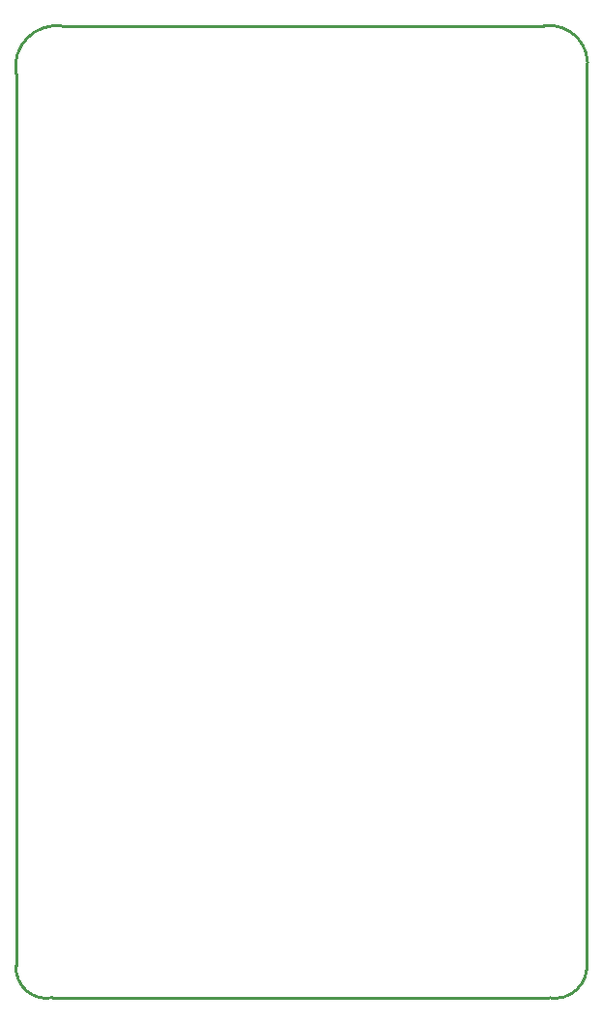
<source format=gko>
G04 Layer: BoardOutlineLayer*
G04 EasyEDA v6.5.20, 2022-10-25 19:45:01*
G04 004633172ca84307b0cb9a9d689fa423,9a860c5992af436183867cf7ac43f068,10*
G04 Gerber Generator version 0.2*
G04 Scale: 100 percent, Rotated: No, Reflected: No *
G04 Dimensions in inches *
G04 leading zeros omitted , absolute positions ,3 integer and 6 decimal *
%FSLAX36Y36*%
%MOIN*%

%ADD10C,0.0100*%
D10*
X170327Y34310D02*
G01*
X1883465Y34310D01*
X44960Y3217863D02*
G01*
X44960Y144749D01*
X2013824Y3223299D02*
G01*
X2013344Y158119D01*
X203092Y3380619D02*
G01*
X1867111Y3381012D01*
G75*
G01*
X203092Y3380620D02*
G03*
X44960Y3217863I-18092J-140620D01*
G75*
G01*
X2013825Y3223300D02*
G03*
X1867112Y3381012I-128370J27679D01*
G75*
G01*
X45468Y144749D02*
G03*
X170328Y34311I104639J-7498D01*
G75*
G01*
X1883466Y34075D02*
G03*
X2013345Y158120I20264J108799D01*

%LPD*%
M02*

</source>
